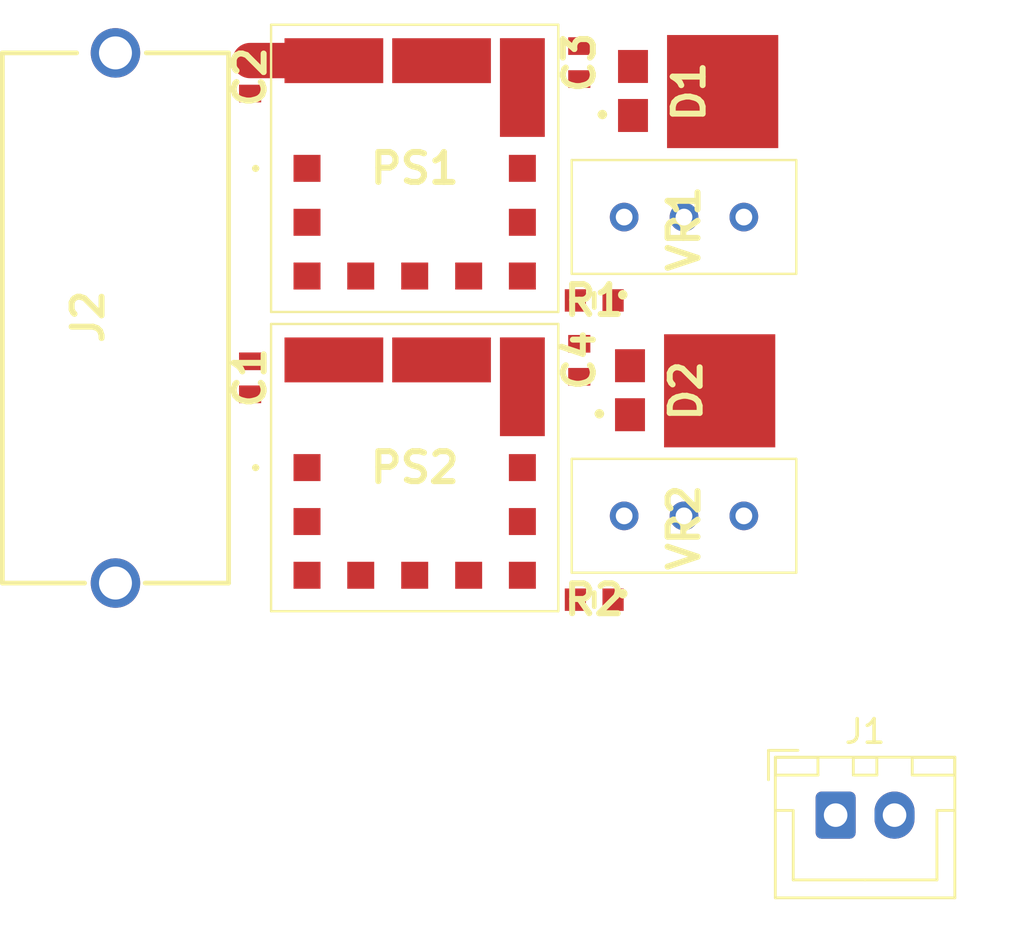
<source format=kicad_pcb>
(kicad_pcb (version 20211014) (generator pcbnew)
  (layers (0 "F.Cu" signal) (31 "B.Cu" signal) (34 "B.Paste" user) (35 "F.Paste" user) (36 "B.SilkS" user "B.Silkscreen") (37 "F.SilkS" user "F.Silkscreen") (38 "B.Mask" user) (39 "F.Mask" user) (44 "Edge.Cuts" user))
  (net 0 "")
  (net 1 "VDD")
  (net 2 "GND")
  (net 3 "Net-(C3-Pad1)")
  (net 4 "Net-(C4-Pad1)")
  (net 5 "+5V")
  (net 6 "Net-(J1-Pad1)")
  (net 7 "Net-(PS1-Pad6)")
  (net 13 "Net-(PS2-Pad6)")
  (net 19 "Net-(R1-Pad2)")
  (net 20 "Net-(R2-Pad2)")
  (footprint "SamacSys_Parts:OKLT6W12NC" (layer "F.Cu") (at 158.75 50.8)
    (fp_text reference "PS1" (at 0 0) (layer "F.SilkS") (effects (font (size 1.27 1.27) (thickness 0.254))))
    (fp_text value "OKL-T_6-W12N-C" hide)
    (fp_line (start 6.095 -6.095) (end 6.095 6.095) (layer "F.SilkS") (width 0.1))
    (fp_line (start -6.8 0) (end -6.8 0) (layer "F.SilkS") (width 0.2))
    (fp_line (start -6.8 0) (end -6.8 0) (layer "F.SilkS") (width 0.2))
    (fp_line (start 6.095 6.095) (end -6.095 6.095) (layer "F.SilkS") (width 0.1))
    (fp_line (start -6.7 0) (end -6.7 0) (layer "F.SilkS") (width 0.2))
    (fp_line (start -6.095 6.095) (end -6.095 -6.095) (layer "F.SilkS") (width 0.1))
    (fp_line (start -6.095 -6.095) (end 6.095 -6.095) (layer "F.SilkS") (width 0.1))
    (fp_arc (start -6.8 0) (mid -6.75 -0.05) (end -6.7 0) (layer "F.SilkS") (width 0.2))
    (fp_arc (start -6.7 0) (mid -6.75 0.05) (end -6.8 0) (layer "F.SilkS") (width 0.2))
    (fp_arc (start -6.7 0) (mid -6.75 0.05) (end -6.8 0) (layer "F.SilkS") (width 0.2))
    (pad "1" smd rect locked (at -4.57 0 90) (size 1.145 1.145) (layers "F.Cu" "F.Paste" "F.Mask") (net 2 "GND"))
    (pad "2" smd rect locked (at -3.43 -4.57 90) (size 1.905 4.19) (layers "F.Cu" "F.Paste" "F.Mask") (net 1 "VDD"))
    (pad "3" smd rect locked (at 1.14 -4.57 90) (size 1.905 4.19) (layers "F.Cu" "F.Paste" "F.Mask") (net 2 "GND"))
    (pad "4" smd rect locked (at 4.57 -3.43) (size 1.905 4.19) (layers "F.Cu" "F.Paste" "F.Mask") (net 3 "Net-(C3-Pad1)"))
    (pad "5" smd rect locked (at 4.57 0 90) (size 1.145 1.145) (layers "F.Cu" "F.Paste" "F.Mask") (net 3 "Net-(C3-Pad1)"))
    (pad "6" smd rect locked (at 4.57 4.57 90) (size 1.145 1.145) (layers "F.Cu" "F.Paste" "F.Mask") (net 7 "Net-(PS1-Pad6)"))
    (pad "7" smd rect locked (at 0 4.57 90) (size 1.145 1.145) (layers "F.Cu" "F.Paste" "F.Mask") (net 2 "GND"))
    (pad "8" smd rect locked (at -2.29 4.57 90) (size 1.145 1.145) (layers "F.Cu" "F.Paste" "F.Mask"))
    (pad "9" smd rect locked (at -4.57 4.57 90) (size 1.145 1.145) (layers "F.Cu" "F.Paste" "F.Mask"))
    (pad "10" smd rect locked (at -4.57 2.29 90) (size 1.145 1.145) (layers "F.Cu" "F.Paste" "F.Mask"))
    (pad "11" smd rect locked (at 4.57 2.29 90) (size 1.145 1.145) (layers "F.Cu" "F.Paste" "F.Mask"))
    (pad "12" smd rect locked (at 2.29 4.57 90) (size 1.145 1.145) (layers "F.Cu" "F.Paste" "F.Mask"))
  )
  (footprint "SamacSys_Parts:CAPC1608X90N" (layer "F.Cu") (at 151.765 46.925 -90)
    (fp_text reference "C2" (at 0 0 90) (layer "F.SilkS") (effects (font (size 1.27 1.27) (thickness 0.254))))
    (fp_text value "GRM188R61A226ME15J" hide)
    (pad "1" smd rect locked (at -0.7 0 270) (size 0.75 0.94) (layers "F.Cu" "F.Paste" "F.Mask") (net 1 "VDD"))
    (pad "2" smd rect locked (at 0.7 0 270) (size 0.75 0.94) (layers "F.Cu" "F.Paste" "F.Mask") (net 2 "GND"))
  )
  (footprint "SamacSys_Parts:3296W1102LF" (layer "F.Cu") (at 167.64 52.868 -90)
    (fp_text reference "VR1" (at 0.49 -2.54 90) (layer "F.SilkS") (effects (font (size 1.27 1.27) (thickness 0.254))))
    (fp_text value "3296W-1-102LF" hide)
    (fp_line (start -2.42 -7.305) (end 2.41 -7.305) (layer "F.SilkS") (width 0.1))
    (fp_line (start 2.41 -7.305) (end 2.41 2.225) (layer "F.SilkS") (width 0.1))
    (fp_line (start -2.42 2.225) (end -2.42 -7.305) (layer "F.SilkS") (width 0.1))
    (fp_line (start 3.4 0.06) (end 3.4 0.06) (layer "F.SilkS") (width 0.2))
    (fp_line (start 2.41 2.225) (end -2.42 2.225) (layer "F.SilkS") (width 0.1))
    (fp_line (start 3.2 0.06) (end 3.2 0.06) (layer "F.SilkS") (width 0.2))
    (fp_arc (start 3.4 0.06) (mid 3.3 0.16) (end 3.2 0.06) (layer "F.SilkS") (width 0.2))
    (fp_arc (start 3.2 0.06) (mid 3.3 -0.04) (end 3.4 0.06) (layer "F.SilkS") (width 0.2))
    (pad "1" thru_hole circle locked (at 0 0 270) (size 1.217 1.217) (drill 0.71) (layers *.Cu *.Mask) (net 19 "Net-(R1-Pad2)"))
    (pad "2" thru_hole circle locked (at 0 -2.54 270) (size 1.217 1.217) (drill 0.71) (layers *.Cu *.Mask) (net 2 "GND"))
    (pad "3" thru_hole circle locked (at 0 -5.08 270) (size 1.217 1.217) (drill 0.71) (layers *.Cu *.Mask) (net 2 "GND"))
  )
  (footprint "SamacSys_Parts:3296W1102LF" (layer "F.Cu") (at 167.64 65.55 -90)
    (fp_text reference "VR2" (at 0.49 -2.54 90) (layer "F.SilkS") (effects (font (size 1.27 1.27) (thickness 0.254))))
    (fp_text value "3296W-1-102LF" hide)
    (fp_line (start 2.41 2.225) (end -2.42 2.225) (layer "F.SilkS") (width 0.1))
    (fp_line (start 2.41 -7.305) (end 2.41 2.225) (layer "F.SilkS") (width 0.1))
    (fp_line (start 3.2 0.06) (end 3.2 0.06) (layer "F.SilkS") (width 0.2))
    (fp_line (start 3.4 0.06) (end 3.4 0.06) (layer "F.SilkS") (width 0.2))
    (fp_line (start -2.42 -7.305) (end 2.41 -7.305) (layer "F.SilkS") (width 0.1))
    (fp_line (start -2.42 2.225) (end -2.42 -7.305) (layer "F.SilkS") (width 0.1))
    (fp_arc (start 3.4 0.06) (mid 3.3 0.16) (end 3.2 0.06) (layer "F.SilkS") (width 0.2))
    (fp_arc (start 3.2 0.06) (mid 3.3 -0.04) (end 3.4 0.06) (layer "F.SilkS") (width 0.2))
    (pad "1" thru_hole circle locked (at 0 0 270) (size 1.217 1.217) (drill 0.71) (layers *.Cu *.Mask) (net 20 "Net-(R2-Pad2)"))
    (pad "2" thru_hole circle locked (at 0 -2.54 270) (size 1.217 1.217) (drill 0.71) (layers *.Cu *.Mask) (net 2 "GND"))
    (pad "3" thru_hole circle locked (at 0 -5.08 270) (size 1.217 1.217) (drill 0.71) (layers *.Cu *.Mask) (net 2 "GND"))
  )
  (footprint "SamacSys_Parts:CAPC1608X90N" (layer "F.Cu") (at 165.735 46.311 90)
    (fp_text reference "C3" (at 0 0 90) (layer "F.SilkS") (effects (font (size 1.27 1.27) (thickness 0.254))))
    (fp_text value "GRM188R6YA106MA73D" hide)
    (pad "1" smd rect locked (at -0.7 0 90) (size 0.75 0.94) (layers "F.Cu" "F.Paste" "F.Mask") (net 3 "Net-(C3-Pad1)"))
    (pad "2" smd rect locked (at 0.7 0 90) (size 0.75 0.94) (layers "F.Cu" "F.Paste" "F.Mask") (net 2 "GND"))
  )
  (footprint "SamacSys_Parts:RESC1608X55N" (layer "F.Cu") (at 166.37 69.106)
    (fp_text reference "R2" (at 0 0) (layer "F.SilkS") (effects (font (size 1.27 1.27) (thickness 0.254))))
    (fp_text value "RK73B1JTTD152J" hide)
    (fp_line (start 0 -0.3) (end 0 0.3) (layer "F.SilkS") (width 0.2))
    (pad "1" smd rect locked (at -0.8 0) (size 0.9 0.95) (layers "F.Cu" "F.Paste" "F.Mask") (net 13 "Net-(PS2-Pad6)"))
    (pad "2" smd rect locked (at 0.8 0) (size 0.9 0.95) (layers "F.Cu" "F.Paste" "F.Mask") (net 20 "Net-(R2-Pad2)"))
  )
  (footprint "SamacSys_Parts:SS10P6M386A" (layer "F.Cu") (at 170.815 47.516 -90)
    (fp_text reference "D1" (at 0.025 0.418 90) (layer "F.SilkS") (effects (font (size 1.27 1.27) (thickness 0.254))))
    (fp_text value "SS10P6-M3_86A" hide)
    (fp_line (start 1 4) (end 1 4) (layer "F.SilkS") (width 0.2))
    (fp_line (start 1 4.2) (end 1 4.2) (layer "F.SilkS") (width 0.2))
    (fp_arc (start 1 4.2) (mid 0.9 4.1) (end 1 4) (layer "F.SilkS") (width 0.2))
    (fp_arc (start 1 4) (mid 1.1 4.1) (end 1 4.2) (layer "F.SilkS") (width 0.2))
    (pad "1" smd rect locked (at 1.04 2.8) (size 1.27 1.4) (layers "F.Cu" "F.Paste" "F.Mask") (net 3 "Net-(C3-Pad1)"))
    (pad "2" smd rect locked (at -1.04 2.8) (size 1.27 1.4) (layers "F.Cu" "F.Paste" "F.Mask") (net 3 "Net-(C3-Pad1)"))
    (pad "3" smd rect locked (at 0.025 -1.005) (size 4.72 4.8) (layers "F.Cu" "F.Paste" "F.Mask") (net 5 "+5V"))
  )
  (footprint "SamacSys_Parts:RESC1608X55N" (layer "F.Cu") (at 166.37 56.406)
    (fp_text reference "R1" (at 0 0) (layer "F.SilkS") (effects (font (size 1.27 1.27) (thickness 0.254))))
    (fp_text value "RK73B1JTTD102J" hide)
    (fp_line (start 0 -0.3) (end 0 0.3) (layer "F.SilkS") (width 0.2))
    (pad "1" smd rect locked (at -0.8 0) (size 0.9 0.95) (layers "F.Cu" "F.Paste" "F.Mask") (net 7 "Net-(PS1-Pad6)"))
    (pad "2" smd rect locked (at 0.8 0) (size 0.9 0.95) (layers "F.Cu" "F.Paste" "F.Mask") (net 19 "Net-(R1-Pad2)"))
  )
  (footprint "Connector_JST:JST_XH_B2B-XH-A_1x02_P2.50mm_Vertical" (layer "F.Cu") (at 176.615 78.25)
    (fp_text reference "J1" (at 1.25 -3.55) (layer "F.SilkS"))
    (fp_text value "Conn_01x02_Male")
    (fp_line (start 4.3 -0.2) (end 4.3 2.75) (layer "F.SilkS") (width 0.12))
    (fp_line (start 5.06 -2.46) (end -2.56 -2.46) (layer "F.SilkS") (width 0.12))
    (fp_line (start -2.55 -1.7) (end -0.75 -1.7) (layer "F.SilkS") (width 0.12))
    (fp_line (start -1.8 2.75) (end 1.25 2.75) (layer "F.SilkS") (width 0.12))
    (fp_line (start -0.75 -1.7) (end -0.75 -2.45) (layer "F.SilkS") (width 0.12))
    (fp_line (start -2.55 -2.45) (end -2.55 -1.7) (layer "F.SilkS") (width 0.12))
    (fp_line (start 5.06 3.51) (end 5.06 -2.46) (layer "F.SilkS") (width 0.12))
    (fp_line (start 0.75 -1.7) (end 1.75 -1.7) (layer "F.SilkS") (width 0.12))
    (fp_line (start 5.05 -2.45) (end 3.25 -2.45) (layer "F.SilkS") (width 0.12))
    (fp_line (start -2.56 -2.46) (end -2.56 3.51) (layer "F.SilkS") (width 0.12))
    (fp_line (start -0.75 -2.45) (end -2.55 -2.45) (layer "F.SilkS") (width 0.12))
    (fp_line (start 3.25 -2.45) (end 3.25 -1.7) (layer "F.SilkS") (width 0.12))
    (fp_line (start 1.75 -2.45) (end 0.75 -2.45) (layer "F.SilkS") (width 0.12))
    (fp_line (start 3.25 -1.7) (end 5.05 -1.7) (layer "F.SilkS") (width 0.12))
    (fp_line (start -2.56 3.51) (end 5.06 3.51) (layer "F.SilkS") (width 0.12))
    (fp_line (start 5.05 -0.2) (end 4.3 -0.2) (layer "F.SilkS") (width 0.12))
    (fp_line (start -2.55 -0.2) (end -1.8 -0.2) (layer "F.SilkS") (width 0.12))
    (fp_line (start 4.3 2.75) (end 1.25 2.75) (layer "F.SilkS") (width 0.12))
    (fp_line (start 1.75 -1.7) (end 1.75 -2.45) (layer "F.SilkS") (width 0.12))
    (fp_line (start -1.8 -0.2) (end -1.8 2.75) (layer "F.SilkS") (width 0.12))
    (fp_line (start 0.75 -2.45) (end 0.75 -1.7) (layer "F.SilkS") (width 0.12))
    (fp_line (start 5.05 -1.7) (end 5.05 -2.45) (layer "F.SilkS") (width 0.12))
    (fp_line (start -1.6 -2.75) (end -2.85 -2.75) (layer "F.SilkS") (width 0.12))
    (fp_line (start -2.85 -2.75) (end -2.85 -1.5) (layer "F.SilkS") (width 0.12))
    (pad "1" thru_hole roundrect locked (at 0 0) (size 1.7 2) (drill 1) (layers *.Cu *.Mask) (roundrect_rratio 0.147059) (net 6 "Net-(J1-Pad1)"))
    (pad "2" thru_hole oval locked (at 2.5 0) (size 1.7 2) (drill 1) (layers *.Cu *.Mask) (net 2 "GND"))
  )
  (footprint "SamacSys_Parts:0031.8201" (layer "F.Cu") (at 146.05 57.15 90)
    (fp_text reference "J2" (at 0.05329 -1.16405 90) (layer "F.SilkS") (effects (font (size 1.27 1.27) (thickness 0.254))))
    (fp_text value "0031.8201" hide)
    (fp_line (start 11.25 -4.8) (end 11.25 -1.649) (layer "F.SilkS") (width 0.2))
    (fp_line (start 11.25 4.8) (end -11.25 4.8) (layer "F.SilkS") (width 0.2))
    (fp_line (start -11.25 -4.8) (end 11.25 -4.8) (layer "F.SilkS") (width 0.2))
    (fp_line (start -11.25 4.8) (end -11.25 1.26) (layer "F.SilkS") (width 0.2))
    (fp_line (start -11.25 -4.8) (end -11.25 -1.309) (layer "F.SilkS") (width 0.2))
    (fp_line (start 11.25 4.8) (end 11.25 1.308) (layer "F.SilkS") (width 0.2))
    (pad "1" thru_hole circle locked (at -11.25 0 90) (size 2.1 2.1) (drill 1.4) (layers *.Cu *.Mask) (net 6 "Net-(J1-Pad1)"))
    (pad "2" thru_hole circle locked (at 11.25 0 90) (size 2.1 2.1) (drill 1.4) (layers *.Cu *.Mask) (net 1 "VDD"))
  )
  (footprint "SamacSys_Parts:OKLT6W12NC" (layer "F.Cu") (at 158.75 63.5)
    (fp_text reference "PS2" (at 0 0) (layer "F.SilkS") (effects (font (size 1.27 1.27) (thickness 0.254))))
    (fp_text value "OKL-T_6-W12N-C" hide)
    (fp_line (start -6.7 0) (end -6.7 0) (layer "F.SilkS") (width 0.2))
    (fp_line (start 6.095 -6.095) (end 6.095 6.095) (layer "F.SilkS") (width 0.1))
    (fp_line (start -6.8 0) (end -6.8 0) (layer "F.SilkS") (width 0.2))
    (fp_line (start -6.8 0) (end -6.8 0) (layer "F.SilkS") (width 0.2))
    (fp_line (start -6.095 6.095) (end -6.095 -6.095) (layer "F.SilkS") (width 0.1))
    (fp_line (start 6.095 6.095) (end -6.095 6.095) (layer "F.SilkS") (width 0.1))
    (fp_line (start -6.095 -6.095) (end 6.095 -6.095) (layer "F.SilkS") (width 0.1))
    (fp_arc (start -6.7 0) (mid -6.75 0.05) (end -6.8 0) (layer "F.SilkS") (width 0.2))
    (fp_arc (start -6.8 0) (mid -6.75 -0.05) (end -6.7 0) (layer "F.SilkS") (width 0.2))
    (fp_arc (start -6.7 0) (mid -6.75 0.05) (end -6.8 0) (layer "F.SilkS") (width 0.2))
    (pad "1" smd rect locked (at -4.57 0 90) (size 1.145 1.145) (layers "F.Cu" "F.Paste" "F.Mask") (net 2 "GND"))
    (pad "2" smd rect locked (at -3.43 -4.57 90) (size 1.905 4.19) (layers "F.Cu" "F.Paste" "F.Mask") (net 1 "VDD"))
    (pad "3" smd rect locked (at 1.14 -4.57 90) (size 1.905 4.19) (layers "F.Cu" "F.Paste" "F.Mask") (net 2 "GND"))
    (pad "4" smd rect locked (at 4.57 -3.43) (size 1.905 4.19) (layers "F.Cu" "F.Paste" "F.Mask") (net 4 "Net-(C4-Pad1)"))
    (pad "5" smd rect locked (at 4.57 0 90) (size 1.145 1.145) (layers "F.Cu" "F.Paste" "F.Mask") (net 4 "Net-(C4-Pad1)"))
    (pad "6" smd rect locked (at 4.57 4.57 90) (size 1.145 1.145) (layers "F.Cu" "F.Paste" "F.Mask") (net 13 "Net-(PS2-Pad6)"))
    (pad "7" smd rect locked (at 0 4.57 90) (size 1.145 1.145) (layers "F.Cu" "F.Paste" "F.Mask") (net 2 "GND"))
    (pad "8" smd rect locked (at -2.29 4.57 90) (size 1.145 1.145) (layers "F.Cu" "F.Paste" "F.Mask"))
    (pad "9" smd rect locked (at -4.57 4.57 90) (size 1.145 1.145) (layers "F.Cu" "F.Paste" "F.Mask"))
    (pad "10" smd rect locked (at -4.57 2.29 90) (size 1.145 1.145) (layers "F.Cu" "F.Paste" "F.Mask"))
    (pad "11" smd rect locked (at 4.57 2.29 90) (size 1.145 1.145) (layers "F.Cu" "F.Paste" "F.Mask"))
    (pad "12" smd rect locked (at 2.29 4.57 90) (size 1.145 1.145) (layers "F.Cu" "F.Paste" "F.Mask"))
  )
  (footprint "SamacSys_Parts:CAPC1608X90N" (layer "F.Cu") (at 151.765 59.69 -90)
    (fp_text reference "C1" (at 0 0 90) (layer "F.SilkS") (effects (font (size 1.27 1.27) (thickness 0.254))))
    (fp_text value "GRM188R61A226ME15J" hide)
    (pad "1" smd rect locked (at -0.7 0 270) (size 0.75 0.94) (layers "F.Cu" "F.Paste" "F.Mask") (net 1 "VDD"))
    (pad "2" smd rect locked (at 0.7 0 270) (size 0.75 0.94) (layers "F.Cu" "F.Paste" "F.Mask") (net 2 "GND"))
  )
  (footprint "SamacSys_Parts:SS10P6M386A" (layer "F.Cu") (at 170.688 60.216 -90)
    (fp_text reference "D2" (at 0.025 0.418 90) (layer "F.SilkS") (effects (font (size 1.27 1.27) (thickness 0.254))))
    (fp_text value "SS10P6-M3_86A" hide)
    (fp_line (start 1 4.2) (end 1 4.2) (layer "F.SilkS") (width 0.2))
    (fp_line (start 1 4) (end 1 4) (layer "F.SilkS") (width 0.2))
    (fp_arc (start 1 4.2) (mid 0.9 4.1) (end 1 4) (layer "F.SilkS") (width 0.2))
    (fp_arc (start 1 4) (mid 1.1 4.1) (end 1 4.2) (layer "F.SilkS") (width 0.2))
    (pad "1" smd rect locked (at 1.04 2.8) (size 1.27 1.4) (layers "F.Cu" "F.Paste" "F.Mask") (net 4 "Net-(C4-Pad1)"))
    (pad "2" smd rect locked (at -1.04 2.8) (size 1.27 1.4) (layers "F.Cu" "F.Paste" "F.Mask") (net 4 "Net-(C4-Pad1)"))
    (pad "3" smd rect locked (at 0.025 -1.005) (size 4.72 4.8) (layers "F.Cu" "F.Paste" "F.Mask") (net 5 "+5V"))
  )
  (footprint "SamacSys_Parts:CAPC1608X90N" (layer "F.Cu") (at 165.735 58.946 90)
    (fp_text reference "C4" (at 0 0 90) (layer "F.SilkS") (effects (font (size 1.27 1.27) (thickness 0.254))))
    (fp_text value "GRM188R6YA106MA73D" hide)
    (pad "1" smd rect locked (at -0.7 0 90) (size 0.75 0.94) (layers "F.Cu" "F.Paste" "F.Mask") (net 4 "Net-(C4-Pad1)"))
    (pad "2" smd rect locked (at 0.7 0 90) (size 0.75 0.94) (layers "F.Cu" "F.Paste" "F.Mask") (net 2 "GND"))
  )
  (segment (start 151.765 46.225) (end 155.315 46.225) (width 1.5) (layer "F.Cu") (net 1))
  (segment (start 155.315 46.225) (end 155.32 46.23) (width 1.5) (layer "F.Cu") (net 1))
)
</source>
